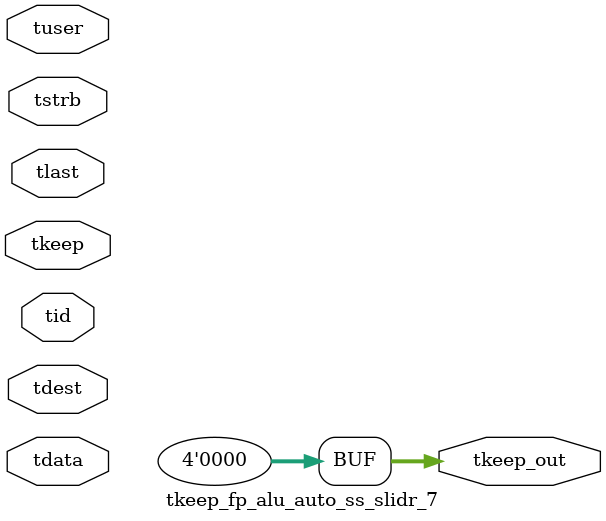
<source format=v>


`timescale 1ps/1ps

module tkeep_fp_alu_auto_ss_slidr_7 #
(
parameter C_S_AXIS_TDATA_WIDTH = 32,
parameter C_S_AXIS_TUSER_WIDTH = 0,
parameter C_S_AXIS_TID_WIDTH   = 0,
parameter C_S_AXIS_TDEST_WIDTH = 0,
parameter C_M_AXIS_TDATA_WIDTH = 32
)
(
input  [(C_S_AXIS_TDATA_WIDTH == 0 ? 1 : C_S_AXIS_TDATA_WIDTH)-1:0     ] tdata,
input  [(C_S_AXIS_TUSER_WIDTH == 0 ? 1 : C_S_AXIS_TUSER_WIDTH)-1:0     ] tuser,
input  [(C_S_AXIS_TID_WIDTH   == 0 ? 1 : C_S_AXIS_TID_WIDTH)-1:0       ] tid,
input  [(C_S_AXIS_TDEST_WIDTH == 0 ? 1 : C_S_AXIS_TDEST_WIDTH)-1:0     ] tdest,
input  [(C_S_AXIS_TDATA_WIDTH/8)-1:0 ] tkeep,
input  [(C_S_AXIS_TDATA_WIDTH/8)-1:0 ] tstrb,
input                                                                    tlast,
output [(C_M_AXIS_TDATA_WIDTH/8)-1:0 ] tkeep_out
);

assign tkeep_out = {1'b0};

endmodule


</source>
